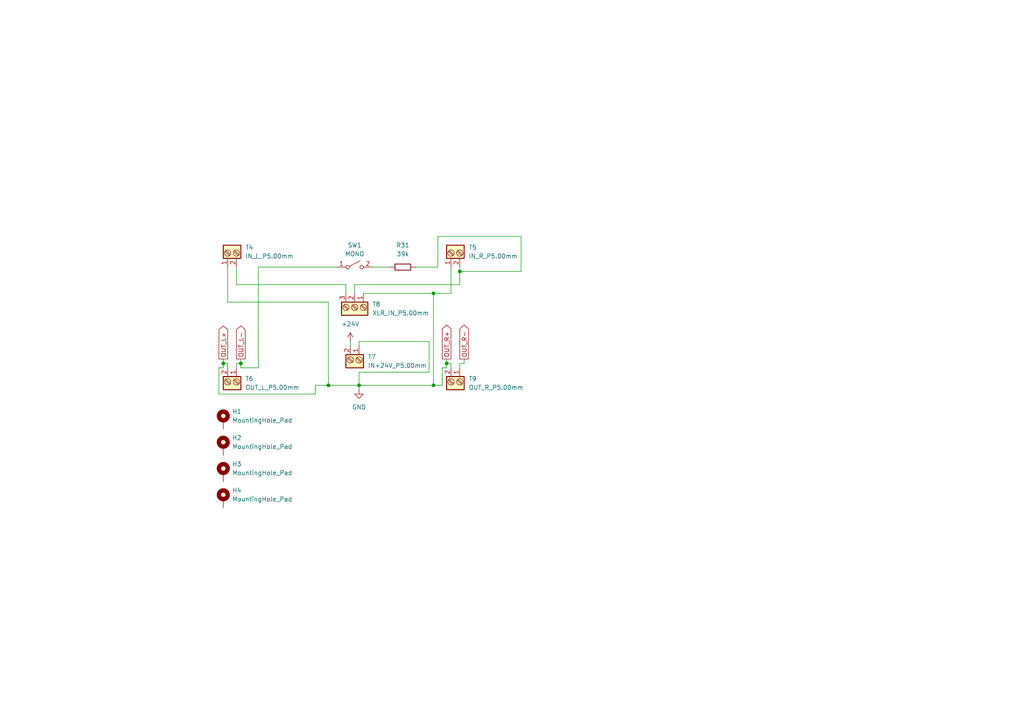
<source format=kicad_sch>
(kicad_sch (version 20231120) (generator "eeschema") (generator_version "8.0")
  (paper "A4")
  (title_block (title "Amp Camp Amp v1.6") (company "Audiophi"))
  (lib_symbols
    (symbol "Mechanical:MountingHole_Pad" (pin_numbers hide) (pin_names (offset 1.016) hide) (exclude_from_sim yes) (in_bom no)
      (property "Reference" "H" (at 0 6.35 0))
      (property "Value" "MountingHole_Pad" (at 0 4.445 0))
      (symbol "MountingHole_Pad_0_1"
        (circle (center 0 1.27) (radius 1.27) (stroke (width 1.27)))
      )
      (symbol "MountingHole_Pad_1_1"
        (pin input line (at 0 -2.54 90) (length 2.54) (name "1") (number "1"))
      )
    )
    (symbol "PCM_SL_Resistors:39k"
      (property "Reference" "R" (at 0 5.08 0))
      (property "Value" "39k" (at 0 2.54 0))
      (symbol "39k_0_1"
        (rectangle (start -2.286 0.889) (end 2.286 -0.889) (stroke (width 0.24)))
      )
      (symbol "39k_1_1"
        (pin passive line (at -3.81 0 0) (length 1.5) (name "") (number "1"))
        (pin passive line (at 3.81 0 180) (length 1.5) (name "~") (number "2"))
      )
    )
    (symbol "PCM_SL_Screw_Terminal:Screw_Terminal_2_P5.00mm"
      (property "Reference" "J" (at 0 3.81 0))
      (property "Value" "Screw_Terminal_2_P5.00mm" (at 0 -3.81 0))
      (symbol "Screw_Terminal_2_P5.00mm_0_1"
        (rectangle (start -1.27 2.54) (end 2.54 -2.54) (stroke (width 0.3)) (fill (type background)))
        (polyline (pts (xy -0.254 -2.032) (xy 1.016 -0.762)))
        (polyline (pts (xy -0.254 0.508) (xy 1.016 1.778)))
        (polyline (pts (xy 0 -1.27) (xy -0.508 -1.778) (xy 0.762 -0.508)))
        (polyline (pts (xy 0 1.27) (xy -0.508 0.762) (xy 0.762 2.032)))
        (circle (center 0.254 -1.27) (radius 0.9158))
        (circle (center 0.254 1.27) (radius 0.9158))
      )
      (symbol "Screw_Terminal_2_P5.00mm_1_1"
        (pin passive line (at -3.81 1.27 0) (length 2.54) (name "") (number "1"))
        (pin passive line (at -3.81 -1.27 0) (length 2.54) (name "") (number "2"))
      )
    )
    (symbol "PCM_SL_Screw_Terminal:Screw_Terminal_3_P5.00mm"
      (property "Reference" "J" (at 0 5.842 0))
      (property "Value" "Screw_Terminal_3_P5.00mm" (at 1.27 -5.588 0))
      (symbol "Screw_Terminal_3_P5.00mm_0_1"
        (rectangle (start -1.27 3.81) (end 2.54 -3.81) (stroke (width 0.3)) (fill (type background)))
        (polyline (pts (xy -0.254 -3.302) (xy 1.016 -2.032)))
        (polyline (pts (xy -0.254 -0.762) (xy 1.016 0.508)))
        (polyline (pts (xy -0.254 1.778) (xy 1.016 3.048)))
        (polyline (pts (xy 0 -2.54) (xy -0.508 -3.048) (xy 0.762 -1.778)))
        (polyline (pts (xy 0 0) (xy -0.508 -0.508) (xy 0.762 0.762)))
        (polyline (pts (xy 0 2.54) (xy -0.508 2.032) (xy 0.762 3.302)))
        (circle (center 0.254 -2.54) (radius 0.9158))
        (circle (center 0.254 0) (radius 0.9158))
        (circle (center 0.254 2.54) (radius 0.9158))
      )
      (symbol "Screw_Terminal_3_P5.00mm_1_1"
        (pin passive line (at -3.81 2.54 0) (length 2.54) (name "") (number "1"))
        (pin passive line (at -3.81 0 0) (length 2.54) (name "") (number "2"))
        (pin passive line (at -3.81 -2.54 0) (length 2.54) (name "") (number "3"))
      )
    )
    (symbol "Switch:SW_SPST" (pin_names (offset 0) hide)
      (property "Reference" "SW" (at 0 3.175 0))
      (property "Value" "SW_SPST" (at 0 -2.54 0))
      (symbol "SW_SPST_0_0"
        (circle (center -2.032 0) (radius 0.508))
        (polyline (pts (xy -1.524 0.254) (xy 1.524 1.778)))
        (circle (center 2.032 0) (radius 0.508))
      )
      (symbol "SW_SPST_1_1"
        (pin passive line (at -5.08 0 0) (length 2.54) (name "A") (number "1"))
        (pin passive line (at 5.08 0 180) (length 2.54) (name "B") (number "2"))
      )
    )
    (symbol "power:+24V" (power) (pin_numbers hide) (pin_names (offset 0) hide)
      (property "Value" "+24V" (at 0 3.556 0))
      (symbol "+24V_0_1"
        (polyline (pts (xy -0.762 1.27) (xy 0 2.54)))
        (polyline (pts (xy 0 0) (xy 0 2.54)))
        (polyline (pts (xy 0 2.54) (xy 0.762 1.27)))
      )
      (symbol "+24V_1_1"
        (pin power_in line (at 0 0 90) (length 0) (name "~") (number "1"))
      )
    )
    (symbol "power:GND" (power) (pin_numbers hide) (pin_names (offset 0) hide)
      (property "Value" "GND" (at 0 -3.81 0))
      (symbol "GND_0_1"
        (polyline (pts (xy 0 0) (xy 0 -1.27) (xy 1.27 -1.27) (xy 0 -2.54) (xy -1.27 -1.27) (xy 0 -1.27)))
      )
      (symbol "GND_1_1"
        (pin power_in line (at 0 0 270) (length 0) (name "~") (number "1"))
      )
    )
  )
  (junction (at 69.85 105.41))
  (junction (at 95.25 111.76))
  (junction (at 125.73 85.09))
  (junction (at 125.73 111.76))
  (junction (at 64.77 105.41))
  (junction (at 104.14 111.76))
  (junction (at 133.35 78.74))
  (junction (at 129.54 105.41))
  (wire (pts (xy 125.73 85.09) (xy 125.73 111.76)))
  (wire (pts (xy 64.77 106.68) (xy 63.5 106.68)))
  (wire (pts (xy 120.65 77.47) (xy 127 77.47)))
  (wire (pts (xy 68.58 106.68) (xy 68.58 105.41)))
  (wire (pts (xy 91.44 114.3) (xy 91.44 111.76)))
  (wire (pts (xy 74.93 77.47) (xy 74.93 106.68)))
  (wire (pts (xy 130.81 85.09) (xy 125.73 85.09)))
  (wire (pts (xy 69.85 104.14) (xy 69.85 105.41)))
  (wire (pts (xy 124.46 99.06) (xy 124.46 107.95)))
  (wire (pts (xy 95.25 111.76) (xy 104.14 111.76)))
  (wire (pts (xy 133.35 78.74) (xy 133.35 82.55)))
  (wire (pts (xy 68.58 82.55) (xy 100.33 82.55)))
  (wire (pts (xy 66.04 87.63) (xy 95.25 87.63)))
  (wire (pts (xy 97.79 77.47) (xy 74.93 77.47)))
  (wire (pts (xy 63.5 114.3) (xy 91.44 114.3)))
  (wire (pts (xy 68.58 105.41) (xy 69.85 105.41)))
  (wire (pts (xy 101.6 99.06) (xy 101.6 100.33)))
  (wire (pts (xy 151.13 78.74) (xy 133.35 78.74)))
  (wire (pts (xy 128.27 106.68) (xy 128.27 111.76)))
  (wire (pts (xy 129.54 104.14) (xy 129.54 105.41)))
  (wire (pts (xy 104.14 107.95) (xy 124.46 107.95)))
  (wire (pts (xy 91.44 111.76) (xy 95.25 111.76)))
  (wire (pts (xy 127 77.47) (xy 127 68.58)))
  (wire (pts (xy 129.54 105.41) (xy 129.54 106.68)))
  (wire (pts (xy 134.62 104.14) (xy 134.62 105.41)))
  (wire (pts (xy 95.25 87.63) (xy 95.25 111.76)))
  (wire (pts (xy 130.81 77.47) (xy 130.81 85.09)))
  (wire (pts (xy 129.54 106.68) (xy 128.27 106.68)))
  (wire (pts (xy 133.35 77.47) (xy 133.35 78.74)))
  (wire (pts (xy 104.14 107.95) (xy 104.14 111.76)))
  (wire (pts (xy 102.87 82.55) (xy 102.87 85.09)))
  (wire (pts (xy 125.73 111.76) (xy 128.27 111.76)))
  (wire (pts (xy 66.04 105.41) (xy 66.04 106.68)))
  (wire (pts (xy 104.14 99.06) (xy 104.14 100.33)))
  (wire (pts (xy 64.77 105.41) (xy 66.04 105.41)))
  (wire (pts (xy 104.14 111.76) (xy 104.14 113.03)))
  (wire (pts (xy 69.85 106.68) (xy 69.85 105.41)))
  (wire (pts (xy 127 68.58) (xy 151.13 68.58)))
  (wire (pts (xy 133.35 105.41) (xy 134.62 105.41)))
  (wire (pts (xy 130.81 106.68) (xy 130.81 105.41)))
  (wire (pts (xy 105.41 85.09) (xy 125.73 85.09)))
  (wire (pts (xy 133.35 106.68) (xy 133.35 105.41)))
  (wire (pts (xy 74.93 106.68) (xy 69.85 106.68)))
  (wire (pts (xy 66.04 77.47) (xy 66.04 87.63)))
  (wire (pts (xy 151.13 68.58) (xy 151.13 78.74)))
  (wire (pts (xy 104.14 99.06) (xy 124.46 99.06)))
  (wire (pts (xy 63.5 106.68) (xy 63.5 114.3)))
  (wire (pts (xy 68.58 77.47) (xy 68.58 82.55)))
  (wire (pts (xy 100.33 82.55) (xy 100.33 85.09)))
  (wire (pts (xy 64.77 105.41) (xy 64.77 106.68)))
  (wire (pts (xy 64.77 104.14) (xy 64.77 105.41)))
  (wire (pts (xy 133.35 82.55) (xy 102.87 82.55)))
  (wire (pts (xy 107.95 77.47) (xy 113.03 77.47)))
  (wire (pts (xy 130.81 105.41) (xy 129.54 105.41)))
  (wire (pts (xy 104.14 111.76) (xy 125.73 111.76)))
  (global_label "OUT_R-" (shape output) (at 134.62 104.14 90) (property "Intersheetrefs" "${INTERSHEET_REFS}" (effects (hide yes))))
  (global_label "OUT_L-" (shape output) (at 69.85 104.14 90) (property "Intersheetrefs" "${INTERSHEET_REFS}" (effects (hide yes))))
  (global_label "OUT_L+" (shape output) (at 64.77 104.14 90) (property "Intersheetrefs" "${INTERSHEET_REFS}" (effects (hide yes))))
  (global_label "OUT_R+" (shape output) (at 129.54 104.14 90) (property "Intersheetrefs" "${INTERSHEET_REFS}" (effects (hide yes))))
  (symbol (lib_id "PCM_SL_Screw_Terminal:Screw_Terminal_2_P5.00mm") (at 102.87 104.14 270) (unit 1)
    (property "Reference" "T7" (at 106.68 103.5049 90) (effects (justify left)))
    (property "Value" "IN+24V_P5.00mm" (at 106.68 106.0449 90) (effects (justify left)))
    (property "Footprint" "TerminalBlock_Phoenix:TerminalBlock_Phoenix_PT-1,5-2-5.0-H_1x02_P5.00mm_Horizontal" (effects (hide yes)))
  )
  (symbol (lib_id "power:GND") (at 104.14 113.03 0) (unit 1)
    (property "Reference" "#PWR07" (effects (hide yes)))
    (property "Value" "GND" (at 104.14 118.11 0))
    (property "Description" "Power symbol creates a global label with name \"GND\" , ground" (effects (hide yes)))
  )
  (symbol (lib_id "PCM_SL_Screw_Terminal:Screw_Terminal_2_P5.00mm") (at 67.31 73.66 90) (unit 1)
    (property "Reference" "T4" (at 71.12 71.7549 90) (effects (justify right)))
    (property "Value" "IN_L_P5.00mm" (at 71.12 74.2949 90) (effects (justify right)))
    (property "Footprint" "TerminalBlock_Phoenix:TerminalBlock_Phoenix_PT-1,5-2-5.0-H_1x02_P5.00mm_Horizontal" (effects (hide yes)))
  )
  (symbol (lib_id "power:+24V") (at 101.6 99.06 0) (unit 1)
    (property "Reference" "#PWR06" (effects (hide yes)))
    (property "Value" "+24V" (at 101.6 93.98 0))
    (property "Description" "Power symbol creates a global label with name \"+24V\"" (effects (hide yes)))
  )
  (symbol (lib_id "Mechanical:MountingHole_Pad") (at 64.77 129.54 0) (unit 1) (exclude_from_sim yes) (in_bom no)
    (property "Reference" "H2" (at 67.31 126.9999 0) (effects (justify left)))
    (property "Value" "MountingHole_Pad" (at 67.31 129.5399 0) (effects (justify left)))
    (property "Footprint" "MountingHole:MountingHole_2.7mm_Pad" (effects (hide yes)))
    (property "Description" "Mounting Hole with connection" (effects (hide yes)))
  )
  (symbol (lib_id "Mechanical:MountingHole_Pad") (at 64.77 144.78 0) (unit 1) (exclude_from_sim yes) (in_bom no)
    (property "Reference" "H4" (at 67.31 142.2399 0) (effects (justify left)))
    (property "Value" "MountingHole_Pad" (at 67.31 144.7799 0) (effects (justify left)))
    (property "Footprint" "MountingHole:MountingHole_2.7mm_Pad" (effects (hide yes)))
    (property "Description" "Mounting Hole with connection" (effects (hide yes)))
  )
  (symbol (lib_id "Mechanical:MountingHole_Pad") (at 64.77 121.92 0) (unit 1) (exclude_from_sim yes) (in_bom no)
    (property "Reference" "H1" (at 67.31 119.3799 0) (effects (justify left)))
    (property "Value" "MountingHole_Pad" (at 67.31 121.9199 0) (effects (justify left)))
    (property "Footprint" "MountingHole:MountingHole_2.7mm_Pad" (effects (hide yes)))
    (property "Description" "Mounting Hole with connection" (effects (hide yes)))
  )
  (symbol (lib_id "PCM_SL_Screw_Terminal:Screw_Terminal_3_P5.00mm") (at 102.87 88.9 270) (unit 1)
    (property "Reference" "T8" (at 107.95 88.2649 90) (effects (justify left)))
    (property "Value" "XLR_IN_P5.00mm" (at 107.95 90.8049 90) (effects (justify left)))
    (property "Footprint" "TerminalBlock_Phoenix:TerminalBlock_Phoenix_PT-1,5-3-5.0-H_1x03_P5.00mm_Horizontal" (effects (hide yes)))
  )
  (symbol (lib_id "Mechanical:MountingHole_Pad") (at 64.77 137.16 0) (unit 1) (exclude_from_sim yes) (in_bom no)
    (property "Reference" "H3" (at 67.31 134.6199 0) (effects (justify left)))
    (property "Value" "MountingHole_Pad" (at 67.31 137.1599 0) (effects (justify left)))
    (property "Footprint" "MountingHole:MountingHole_2.7mm_Pad" (effects (hide yes)))
    (property "Description" "Mounting Hole with connection" (effects (hide yes)))
  )
  (symbol (lib_id "PCM_SL_Resistors:39k") (at 116.84 77.47 0) (unit 1)
    (property "Reference" "R31" (at 116.84 71.12 0))
    (property "Value" "39k" (at 116.84 73.66 0))
    (property "Footprint" "Resistor_THT:R_Axial_DIN0207_L6.3mm_D2.5mm_P10.16mm_Horizontal" (effects (hide yes)))
    (property "Description" "39kΩ, 1/4W Resistor" (effects (hide yes)))
  )
  (symbol (lib_id "PCM_SL_Screw_Terminal:Screw_Terminal_2_P5.00mm") (at 132.08 73.66 90) (unit 1)
    (property "Reference" "T5" (at 135.89 71.7549 90) (effects (justify right)))
    (property "Value" "IN_R_P5.00mm" (at 135.89 74.2949 90) (effects (justify right)))
    (property "Footprint" "TerminalBlock_Phoenix:TerminalBlock_Phoenix_PT-1,5-2-5.0-H_1x02_P5.00mm_Horizontal" (effects (hide yes)))
  )
  (symbol (lib_id "PCM_SL_Screw_Terminal:Screw_Terminal_2_P5.00mm") (at 67.31 110.49 270) (unit 1)
    (property "Reference" "T6" (at 71.12 109.8549 90) (effects (justify left)))
    (property "Value" "OUT_L_P5.00mm" (at 71.12 112.3949 90) (effects (justify left)))
    (property "Footprint" "TerminalBlock_Phoenix:TerminalBlock_Phoenix_PT-1,5-2-5.0-H_1x02_P5.00mm_Horizontal" (effects (hide yes)))
  )
  (symbol (lib_id "PCM_SL_Screw_Terminal:Screw_Terminal_2_P5.00mm") (at 132.08 110.49 270) (unit 1)
    (property "Reference" "T9" (at 135.89 109.8549 90) (effects (justify left)))
    (property "Value" "OUT_R_P5.00mm" (at 135.89 112.3949 90) (effects (justify left)))
    (property "Footprint" "TerminalBlock_Phoenix:TerminalBlock_Phoenix_PT-1,5-2-5.0-H_1x02_P5.00mm_Horizontal" (effects (hide yes)))
  )
  (symbol (lib_id "Switch:SW_SPST") (at 102.87 77.47 0) (unit 1)
    (property "Reference" "SW1" (at 102.87 71.12 0))
    (property "Value" "MONO" (at 102.87 73.66 0))
    (property "Footprint" "PCM_4ms_Switch:Switch_Toggle_SPST_SubMini" (effects (hide yes)))
    (property "Description" "Single Pole Single Throw (SPST) switch" (effects (hide yes)))
  )
)
</source>
